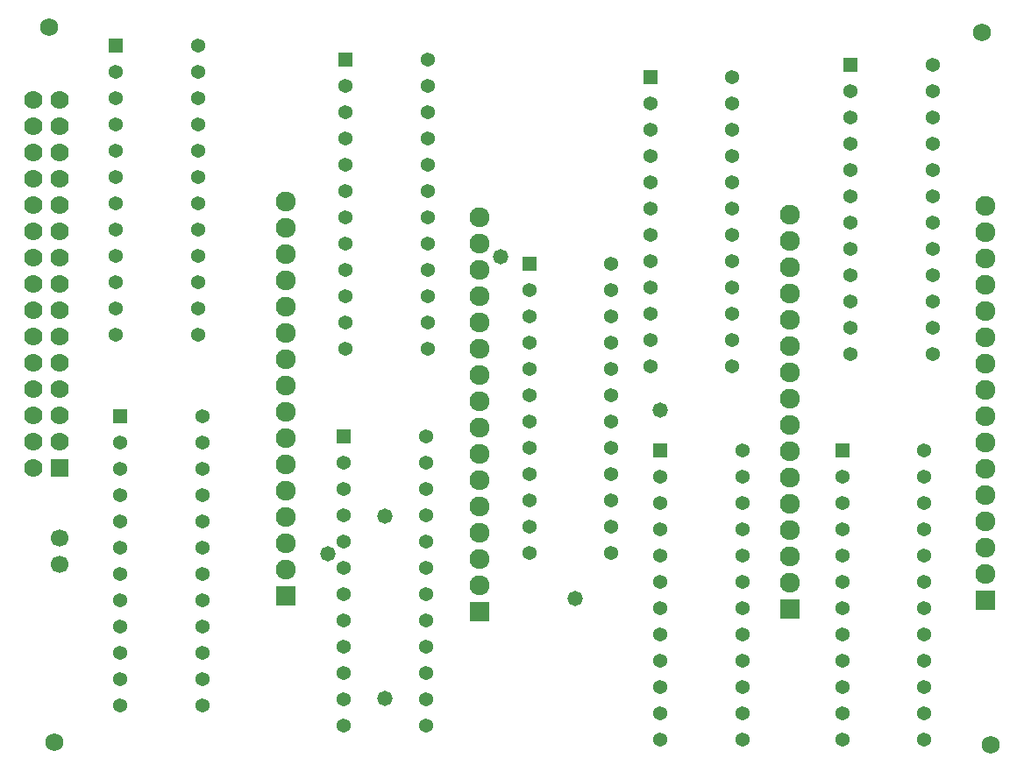
<source format=gbs>
G04*
G04 #@! TF.GenerationSoftware,Altium Limited,Altium Designer,23.1.1 (15)*
G04*
G04 Layer_Color=16711935*
%FSLAX25Y25*%
%MOIN*%
G70*
G04*
G04 #@! TF.SameCoordinates,AD0B2A01-48E7-494C-B2D7-7D24B3A8B6D3*
G04*
G04*
G04 #@! TF.FilePolarity,Negative*
G04*
G01*
G75*
%ADD13C,0.06690*%
%ADD14R,0.05367X0.05367*%
%ADD15C,0.05367*%
%ADD16C,0.07001*%
%ADD17R,0.07001X0.07001*%
%ADD18R,0.07591X0.07591*%
%ADD19C,0.07591*%
%ADD20C,0.06800*%
%ADD21C,0.05800*%
D13*
X122500Y238500D02*
D03*
Y248500D02*
D03*
D14*
X145500Y295000D02*
D03*
X301000Y353000D02*
D03*
X350870Y282000D02*
D03*
X423240Y428500D02*
D03*
X420000Y282000D02*
D03*
X347000Y424000D02*
D03*
X231240Y430500D02*
D03*
X230540Y287233D02*
D03*
X143870Y436000D02*
D03*
D15*
X145500Y285000D02*
D03*
Y275000D02*
D03*
Y265000D02*
D03*
Y255000D02*
D03*
Y245000D02*
D03*
Y235000D02*
D03*
Y225000D02*
D03*
Y215000D02*
D03*
Y205000D02*
D03*
Y195000D02*
D03*
Y185000D02*
D03*
X176760D02*
D03*
Y195000D02*
D03*
Y205000D02*
D03*
Y215000D02*
D03*
Y225000D02*
D03*
Y235000D02*
D03*
Y245000D02*
D03*
Y255000D02*
D03*
Y265000D02*
D03*
Y275000D02*
D03*
Y285000D02*
D03*
Y295000D02*
D03*
X301000Y343000D02*
D03*
Y333000D02*
D03*
Y323000D02*
D03*
Y313000D02*
D03*
Y303000D02*
D03*
Y293000D02*
D03*
Y283000D02*
D03*
Y273000D02*
D03*
Y263000D02*
D03*
Y253000D02*
D03*
Y243000D02*
D03*
X332260D02*
D03*
Y253000D02*
D03*
Y263000D02*
D03*
Y273000D02*
D03*
Y283000D02*
D03*
Y293000D02*
D03*
Y303000D02*
D03*
Y313000D02*
D03*
Y323000D02*
D03*
Y333000D02*
D03*
Y343000D02*
D03*
Y353000D02*
D03*
X350870Y272000D02*
D03*
Y262000D02*
D03*
Y252000D02*
D03*
Y242000D02*
D03*
Y232000D02*
D03*
Y222000D02*
D03*
Y212000D02*
D03*
Y202000D02*
D03*
Y192000D02*
D03*
Y182000D02*
D03*
Y172000D02*
D03*
X382130D02*
D03*
Y182000D02*
D03*
Y192000D02*
D03*
Y202000D02*
D03*
Y212000D02*
D03*
Y222000D02*
D03*
Y232000D02*
D03*
Y242000D02*
D03*
Y252000D02*
D03*
Y262000D02*
D03*
Y272000D02*
D03*
Y282000D02*
D03*
X454500Y428500D02*
D03*
Y418500D02*
D03*
Y408500D02*
D03*
Y398500D02*
D03*
Y388500D02*
D03*
Y378500D02*
D03*
Y368500D02*
D03*
Y358500D02*
D03*
Y348500D02*
D03*
Y338500D02*
D03*
Y328500D02*
D03*
Y318500D02*
D03*
X423240D02*
D03*
Y328500D02*
D03*
Y338500D02*
D03*
Y348500D02*
D03*
Y358500D02*
D03*
Y368500D02*
D03*
Y378500D02*
D03*
Y388500D02*
D03*
Y398500D02*
D03*
Y408500D02*
D03*
Y418500D02*
D03*
X451260Y282000D02*
D03*
Y272000D02*
D03*
Y262000D02*
D03*
Y252000D02*
D03*
Y242000D02*
D03*
Y232000D02*
D03*
Y222000D02*
D03*
Y212000D02*
D03*
Y202000D02*
D03*
Y192000D02*
D03*
Y182000D02*
D03*
Y172000D02*
D03*
X420000D02*
D03*
Y182000D02*
D03*
Y192000D02*
D03*
Y202000D02*
D03*
Y212000D02*
D03*
Y222000D02*
D03*
Y232000D02*
D03*
Y242000D02*
D03*
Y252000D02*
D03*
Y262000D02*
D03*
Y272000D02*
D03*
X347000Y414000D02*
D03*
Y404000D02*
D03*
Y394000D02*
D03*
Y384000D02*
D03*
Y374000D02*
D03*
Y364000D02*
D03*
Y354000D02*
D03*
Y344000D02*
D03*
Y334000D02*
D03*
Y324000D02*
D03*
Y314000D02*
D03*
X378260D02*
D03*
Y324000D02*
D03*
Y334000D02*
D03*
Y344000D02*
D03*
Y354000D02*
D03*
Y364000D02*
D03*
Y374000D02*
D03*
Y384000D02*
D03*
Y394000D02*
D03*
Y404000D02*
D03*
Y414000D02*
D03*
Y424000D02*
D03*
X262500Y430500D02*
D03*
Y420500D02*
D03*
Y410500D02*
D03*
Y400500D02*
D03*
Y390500D02*
D03*
Y380500D02*
D03*
Y370500D02*
D03*
Y360500D02*
D03*
Y350500D02*
D03*
Y340500D02*
D03*
Y330500D02*
D03*
Y320500D02*
D03*
X231240D02*
D03*
Y330500D02*
D03*
Y340500D02*
D03*
Y350500D02*
D03*
Y360500D02*
D03*
Y370500D02*
D03*
Y380500D02*
D03*
Y390500D02*
D03*
Y400500D02*
D03*
Y410500D02*
D03*
Y420500D02*
D03*
X261800Y287233D02*
D03*
Y277233D02*
D03*
Y267233D02*
D03*
Y257233D02*
D03*
Y247233D02*
D03*
Y237233D02*
D03*
Y227233D02*
D03*
Y217233D02*
D03*
Y207233D02*
D03*
Y197233D02*
D03*
Y187233D02*
D03*
Y177233D02*
D03*
X230540D02*
D03*
Y187233D02*
D03*
Y197233D02*
D03*
Y207233D02*
D03*
Y217233D02*
D03*
Y227233D02*
D03*
Y237233D02*
D03*
Y247233D02*
D03*
Y257233D02*
D03*
Y267233D02*
D03*
Y277233D02*
D03*
X175130Y436000D02*
D03*
Y426000D02*
D03*
Y416000D02*
D03*
Y406000D02*
D03*
Y396000D02*
D03*
Y386000D02*
D03*
Y376000D02*
D03*
Y366000D02*
D03*
Y356000D02*
D03*
Y346000D02*
D03*
Y336000D02*
D03*
Y326000D02*
D03*
X143870D02*
D03*
Y336000D02*
D03*
Y346000D02*
D03*
Y356000D02*
D03*
Y366000D02*
D03*
Y376000D02*
D03*
Y386000D02*
D03*
Y396000D02*
D03*
Y406000D02*
D03*
Y416000D02*
D03*
Y426000D02*
D03*
D16*
X112583Y415179D02*
D03*
X122583D02*
D03*
X112583Y405179D02*
D03*
X122583D02*
D03*
X112583Y395179D02*
D03*
X122583D02*
D03*
X112583Y385179D02*
D03*
X122583D02*
D03*
X112583Y375179D02*
D03*
X122583D02*
D03*
X112583Y365179D02*
D03*
X122583D02*
D03*
X112583Y355179D02*
D03*
X122583D02*
D03*
X112583Y345179D02*
D03*
X122583D02*
D03*
X112583Y335179D02*
D03*
X122583D02*
D03*
X112583Y325179D02*
D03*
X122583D02*
D03*
X112583Y315179D02*
D03*
X122583D02*
D03*
X112583Y305179D02*
D03*
X122583D02*
D03*
X112583Y295179D02*
D03*
X122583D02*
D03*
X112583Y285179D02*
D03*
X122583D02*
D03*
X112583Y275179D02*
D03*
D17*
X122583D02*
D03*
D18*
X474500Y225000D02*
D03*
X400000Y221500D02*
D03*
X282000Y220500D02*
D03*
X208500Y226500D02*
D03*
D19*
X474500Y235000D02*
D03*
Y245000D02*
D03*
Y255000D02*
D03*
Y265000D02*
D03*
Y275000D02*
D03*
Y285000D02*
D03*
Y295000D02*
D03*
Y305000D02*
D03*
Y315000D02*
D03*
Y325000D02*
D03*
Y335000D02*
D03*
Y345000D02*
D03*
Y355000D02*
D03*
Y365000D02*
D03*
Y375000D02*
D03*
X400000Y231500D02*
D03*
Y241500D02*
D03*
Y251500D02*
D03*
Y261500D02*
D03*
Y271500D02*
D03*
Y281500D02*
D03*
Y291500D02*
D03*
Y301500D02*
D03*
Y311500D02*
D03*
Y321500D02*
D03*
Y331500D02*
D03*
Y341500D02*
D03*
Y351500D02*
D03*
Y361500D02*
D03*
Y371500D02*
D03*
X282000Y370500D02*
D03*
Y360500D02*
D03*
Y350500D02*
D03*
Y340500D02*
D03*
Y330500D02*
D03*
Y320500D02*
D03*
Y310500D02*
D03*
Y300500D02*
D03*
Y290500D02*
D03*
Y280500D02*
D03*
Y270500D02*
D03*
Y260500D02*
D03*
Y250500D02*
D03*
Y240500D02*
D03*
Y230500D02*
D03*
X208500Y376500D02*
D03*
Y366500D02*
D03*
Y356500D02*
D03*
Y346500D02*
D03*
Y336500D02*
D03*
Y326500D02*
D03*
Y316500D02*
D03*
Y306500D02*
D03*
Y296500D02*
D03*
Y286500D02*
D03*
Y276500D02*
D03*
Y266500D02*
D03*
Y256500D02*
D03*
Y246500D02*
D03*
Y236500D02*
D03*
D20*
X120500Y171000D02*
D03*
X118432Y443035D02*
D03*
X476500Y170000D02*
D03*
X473000Y441000D02*
D03*
D21*
X290000Y355500D02*
D03*
X224500Y242500D02*
D03*
X246000Y257000D02*
D03*
Y187500D02*
D03*
X318600Y225500D02*
D03*
X350870Y297330D02*
D03*
M02*

</source>
